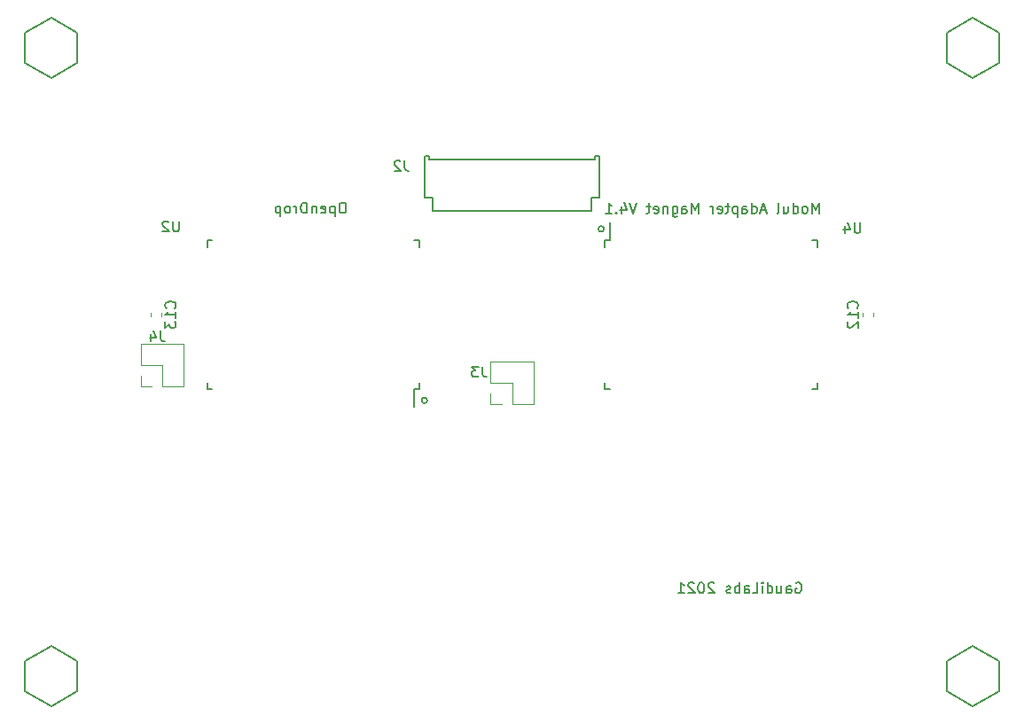
<source format=gbr>
G04 #@! TF.GenerationSoftware,KiCad,Pcbnew,5.1.5+dfsg1-2build2*
G04 #@! TF.CreationDate,2021-08-16T15:22:43+02:00*
G04 #@! TF.ProjectId,ModulAdapterMagnet,4d6f6475-6c41-4646-9170-7465724d6167,rev?*
G04 #@! TF.SameCoordinates,Original*
G04 #@! TF.FileFunction,Legend,Bot*
G04 #@! TF.FilePolarity,Positive*
%FSLAX46Y46*%
G04 Gerber Fmt 4.6, Leading zero omitted, Abs format (unit mm)*
G04 Created by KiCad (PCBNEW 5.1.5+dfsg1-2build2) date 2021-08-16 15:22:43*
%MOMM*%
%LPD*%
G04 APERTURE LIST*
%ADD10C,0.150000*%
%ADD11C,0.120000*%
G04 APERTURE END LIST*
D10*
X127101133Y-125128600D02*
X127196371Y-125080980D01*
X127339228Y-125080980D01*
X127482085Y-125128600D01*
X127577323Y-125223838D01*
X127624942Y-125319076D01*
X127672561Y-125509552D01*
X127672561Y-125652409D01*
X127624942Y-125842885D01*
X127577323Y-125938123D01*
X127482085Y-126033361D01*
X127339228Y-126080980D01*
X127243990Y-126080980D01*
X127101133Y-126033361D01*
X127053514Y-125985742D01*
X127053514Y-125652409D01*
X127243990Y-125652409D01*
X126196371Y-126080980D02*
X126196371Y-125557171D01*
X126243990Y-125461933D01*
X126339228Y-125414314D01*
X126529704Y-125414314D01*
X126624942Y-125461933D01*
X126196371Y-126033361D02*
X126291609Y-126080980D01*
X126529704Y-126080980D01*
X126624942Y-126033361D01*
X126672561Y-125938123D01*
X126672561Y-125842885D01*
X126624942Y-125747647D01*
X126529704Y-125700028D01*
X126291609Y-125700028D01*
X126196371Y-125652409D01*
X125291609Y-125414314D02*
X125291609Y-126080980D01*
X125720180Y-125414314D02*
X125720180Y-125938123D01*
X125672561Y-126033361D01*
X125577323Y-126080980D01*
X125434466Y-126080980D01*
X125339228Y-126033361D01*
X125291609Y-125985742D01*
X124386847Y-126080980D02*
X124386847Y-125080980D01*
X124386847Y-126033361D02*
X124482085Y-126080980D01*
X124672561Y-126080980D01*
X124767800Y-126033361D01*
X124815419Y-125985742D01*
X124863038Y-125890504D01*
X124863038Y-125604790D01*
X124815419Y-125509552D01*
X124767800Y-125461933D01*
X124672561Y-125414314D01*
X124482085Y-125414314D01*
X124386847Y-125461933D01*
X123910657Y-126080980D02*
X123910657Y-125414314D01*
X123910657Y-125080980D02*
X123958276Y-125128600D01*
X123910657Y-125176219D01*
X123863038Y-125128600D01*
X123910657Y-125080980D01*
X123910657Y-125176219D01*
X122958276Y-126080980D02*
X123434466Y-126080980D01*
X123434466Y-125080980D01*
X122196371Y-126080980D02*
X122196371Y-125557171D01*
X122243990Y-125461933D01*
X122339228Y-125414314D01*
X122529704Y-125414314D01*
X122624942Y-125461933D01*
X122196371Y-126033361D02*
X122291609Y-126080980D01*
X122529704Y-126080980D01*
X122624942Y-126033361D01*
X122672561Y-125938123D01*
X122672561Y-125842885D01*
X122624942Y-125747647D01*
X122529704Y-125700028D01*
X122291609Y-125700028D01*
X122196371Y-125652409D01*
X121720180Y-126080980D02*
X121720180Y-125080980D01*
X121720180Y-125461933D02*
X121624942Y-125414314D01*
X121434466Y-125414314D01*
X121339228Y-125461933D01*
X121291609Y-125509552D01*
X121243990Y-125604790D01*
X121243990Y-125890504D01*
X121291609Y-125985742D01*
X121339228Y-126033361D01*
X121434466Y-126080980D01*
X121624942Y-126080980D01*
X121720180Y-126033361D01*
X120863038Y-126033361D02*
X120767800Y-126080980D01*
X120577323Y-126080980D01*
X120482085Y-126033361D01*
X120434466Y-125938123D01*
X120434466Y-125890504D01*
X120482085Y-125795266D01*
X120577323Y-125747647D01*
X120720180Y-125747647D01*
X120815419Y-125700028D01*
X120863038Y-125604790D01*
X120863038Y-125557171D01*
X120815419Y-125461933D01*
X120720180Y-125414314D01*
X120577323Y-125414314D01*
X120482085Y-125461933D01*
X119291609Y-125176219D02*
X119243990Y-125128600D01*
X119148752Y-125080980D01*
X118910657Y-125080980D01*
X118815419Y-125128600D01*
X118767800Y-125176219D01*
X118720180Y-125271457D01*
X118720180Y-125366695D01*
X118767800Y-125509552D01*
X119339228Y-126080980D01*
X118720180Y-126080980D01*
X118101133Y-125080980D02*
X118005895Y-125080980D01*
X117910657Y-125128600D01*
X117863038Y-125176219D01*
X117815419Y-125271457D01*
X117767800Y-125461933D01*
X117767800Y-125700028D01*
X117815419Y-125890504D01*
X117863038Y-125985742D01*
X117910657Y-126033361D01*
X118005895Y-126080980D01*
X118101133Y-126080980D01*
X118196371Y-126033361D01*
X118243990Y-125985742D01*
X118291609Y-125890504D01*
X118339228Y-125700028D01*
X118339228Y-125461933D01*
X118291609Y-125271457D01*
X118243990Y-125176219D01*
X118196371Y-125128600D01*
X118101133Y-125080980D01*
X117386847Y-125176219D02*
X117339228Y-125128600D01*
X117243990Y-125080980D01*
X117005895Y-125080980D01*
X116910657Y-125128600D01*
X116863038Y-125176219D01*
X116815419Y-125271457D01*
X116815419Y-125366695D01*
X116863038Y-125509552D01*
X117434466Y-126080980D01*
X116815419Y-126080980D01*
X115863038Y-126080980D02*
X116434466Y-126080980D01*
X116148752Y-126080980D02*
X116148752Y-125080980D01*
X116243990Y-125223838D01*
X116339228Y-125319076D01*
X116434466Y-125366695D01*
X83915057Y-88784380D02*
X83724580Y-88784380D01*
X83629342Y-88832000D01*
X83534104Y-88927238D01*
X83486485Y-89117714D01*
X83486485Y-89451047D01*
X83534104Y-89641523D01*
X83629342Y-89736761D01*
X83724580Y-89784380D01*
X83915057Y-89784380D01*
X84010295Y-89736761D01*
X84105533Y-89641523D01*
X84153152Y-89451047D01*
X84153152Y-89117714D01*
X84105533Y-88927238D01*
X84010295Y-88832000D01*
X83915057Y-88784380D01*
X83057914Y-89117714D02*
X83057914Y-90117714D01*
X83057914Y-89165333D02*
X82962676Y-89117714D01*
X82772200Y-89117714D01*
X82676961Y-89165333D01*
X82629342Y-89212952D01*
X82581723Y-89308190D01*
X82581723Y-89593904D01*
X82629342Y-89689142D01*
X82676961Y-89736761D01*
X82772200Y-89784380D01*
X82962676Y-89784380D01*
X83057914Y-89736761D01*
X81772200Y-89736761D02*
X81867438Y-89784380D01*
X82057914Y-89784380D01*
X82153152Y-89736761D01*
X82200771Y-89641523D01*
X82200771Y-89260571D01*
X82153152Y-89165333D01*
X82057914Y-89117714D01*
X81867438Y-89117714D01*
X81772200Y-89165333D01*
X81724580Y-89260571D01*
X81724580Y-89355809D01*
X82200771Y-89451047D01*
X81296009Y-89117714D02*
X81296009Y-89784380D01*
X81296009Y-89212952D02*
X81248390Y-89165333D01*
X81153152Y-89117714D01*
X81010295Y-89117714D01*
X80915057Y-89165333D01*
X80867438Y-89260571D01*
X80867438Y-89784380D01*
X80391247Y-89784380D02*
X80391247Y-88784380D01*
X80153152Y-88784380D01*
X80010295Y-88832000D01*
X79915057Y-88927238D01*
X79867438Y-89022476D01*
X79819819Y-89212952D01*
X79819819Y-89355809D01*
X79867438Y-89546285D01*
X79915057Y-89641523D01*
X80010295Y-89736761D01*
X80153152Y-89784380D01*
X80391247Y-89784380D01*
X79391247Y-89784380D02*
X79391247Y-89117714D01*
X79391247Y-89308190D02*
X79343628Y-89212952D01*
X79296009Y-89165333D01*
X79200771Y-89117714D01*
X79105533Y-89117714D01*
X78629342Y-89784380D02*
X78724580Y-89736761D01*
X78772200Y-89689142D01*
X78819819Y-89593904D01*
X78819819Y-89308190D01*
X78772200Y-89212952D01*
X78724580Y-89165333D01*
X78629342Y-89117714D01*
X78486485Y-89117714D01*
X78391247Y-89165333D01*
X78343628Y-89212952D01*
X78296009Y-89308190D01*
X78296009Y-89593904D01*
X78343628Y-89689142D01*
X78391247Y-89736761D01*
X78486485Y-89784380D01*
X78629342Y-89784380D01*
X77867438Y-89117714D02*
X77867438Y-90117714D01*
X77867438Y-89165333D02*
X77772200Y-89117714D01*
X77581723Y-89117714D01*
X77486485Y-89165333D01*
X77438866Y-89212952D01*
X77391247Y-89308190D01*
X77391247Y-89593904D01*
X77438866Y-89689142D01*
X77486485Y-89736761D01*
X77581723Y-89784380D01*
X77772200Y-89784380D01*
X77867438Y-89736761D01*
X129318266Y-89809780D02*
X129318266Y-88809780D01*
X128984933Y-89524066D01*
X128651600Y-88809780D01*
X128651600Y-89809780D01*
X128032552Y-89809780D02*
X128127790Y-89762161D01*
X128175409Y-89714542D01*
X128223028Y-89619304D01*
X128223028Y-89333590D01*
X128175409Y-89238352D01*
X128127790Y-89190733D01*
X128032552Y-89143114D01*
X127889695Y-89143114D01*
X127794457Y-89190733D01*
X127746838Y-89238352D01*
X127699219Y-89333590D01*
X127699219Y-89619304D01*
X127746838Y-89714542D01*
X127794457Y-89762161D01*
X127889695Y-89809780D01*
X128032552Y-89809780D01*
X126842076Y-89809780D02*
X126842076Y-88809780D01*
X126842076Y-89762161D02*
X126937314Y-89809780D01*
X127127790Y-89809780D01*
X127223028Y-89762161D01*
X127270647Y-89714542D01*
X127318266Y-89619304D01*
X127318266Y-89333590D01*
X127270647Y-89238352D01*
X127223028Y-89190733D01*
X127127790Y-89143114D01*
X126937314Y-89143114D01*
X126842076Y-89190733D01*
X125937314Y-89143114D02*
X125937314Y-89809780D01*
X126365885Y-89143114D02*
X126365885Y-89666923D01*
X126318266Y-89762161D01*
X126223028Y-89809780D01*
X126080171Y-89809780D01*
X125984933Y-89762161D01*
X125937314Y-89714542D01*
X125318266Y-89809780D02*
X125413504Y-89762161D01*
X125461123Y-89666923D01*
X125461123Y-88809780D01*
X124223028Y-89524066D02*
X123746838Y-89524066D01*
X124318266Y-89809780D02*
X123984933Y-88809780D01*
X123651600Y-89809780D01*
X122889695Y-89809780D02*
X122889695Y-88809780D01*
X122889695Y-89762161D02*
X122984933Y-89809780D01*
X123175409Y-89809780D01*
X123270647Y-89762161D01*
X123318266Y-89714542D01*
X123365885Y-89619304D01*
X123365885Y-89333590D01*
X123318266Y-89238352D01*
X123270647Y-89190733D01*
X123175409Y-89143114D01*
X122984933Y-89143114D01*
X122889695Y-89190733D01*
X121984933Y-89809780D02*
X121984933Y-89285971D01*
X122032552Y-89190733D01*
X122127790Y-89143114D01*
X122318266Y-89143114D01*
X122413504Y-89190733D01*
X121984933Y-89762161D02*
X122080171Y-89809780D01*
X122318266Y-89809780D01*
X122413504Y-89762161D01*
X122461123Y-89666923D01*
X122461123Y-89571685D01*
X122413504Y-89476447D01*
X122318266Y-89428828D01*
X122080171Y-89428828D01*
X121984933Y-89381209D01*
X121508742Y-89143114D02*
X121508742Y-90143114D01*
X121508742Y-89190733D02*
X121413504Y-89143114D01*
X121223028Y-89143114D01*
X121127790Y-89190733D01*
X121080171Y-89238352D01*
X121032552Y-89333590D01*
X121032552Y-89619304D01*
X121080171Y-89714542D01*
X121127790Y-89762161D01*
X121223028Y-89809780D01*
X121413504Y-89809780D01*
X121508742Y-89762161D01*
X120746838Y-89143114D02*
X120365885Y-89143114D01*
X120603980Y-88809780D02*
X120603980Y-89666923D01*
X120556361Y-89762161D01*
X120461123Y-89809780D01*
X120365885Y-89809780D01*
X119651600Y-89762161D02*
X119746838Y-89809780D01*
X119937314Y-89809780D01*
X120032552Y-89762161D01*
X120080171Y-89666923D01*
X120080171Y-89285971D01*
X120032552Y-89190733D01*
X119937314Y-89143114D01*
X119746838Y-89143114D01*
X119651600Y-89190733D01*
X119603980Y-89285971D01*
X119603980Y-89381209D01*
X120080171Y-89476447D01*
X119175409Y-89809780D02*
X119175409Y-89143114D01*
X119175409Y-89333590D02*
X119127790Y-89238352D01*
X119080171Y-89190733D01*
X118984933Y-89143114D01*
X118889695Y-89143114D01*
X117794457Y-89809780D02*
X117794457Y-88809780D01*
X117461123Y-89524066D01*
X117127790Y-88809780D01*
X117127790Y-89809780D01*
X116223028Y-89809780D02*
X116223028Y-89285971D01*
X116270647Y-89190733D01*
X116365885Y-89143114D01*
X116556361Y-89143114D01*
X116651600Y-89190733D01*
X116223028Y-89762161D02*
X116318266Y-89809780D01*
X116556361Y-89809780D01*
X116651600Y-89762161D01*
X116699219Y-89666923D01*
X116699219Y-89571685D01*
X116651600Y-89476447D01*
X116556361Y-89428828D01*
X116318266Y-89428828D01*
X116223028Y-89381209D01*
X115318266Y-89143114D02*
X115318266Y-89952638D01*
X115365885Y-90047876D01*
X115413504Y-90095495D01*
X115508742Y-90143114D01*
X115651600Y-90143114D01*
X115746838Y-90095495D01*
X115318266Y-89762161D02*
X115413504Y-89809780D01*
X115603980Y-89809780D01*
X115699219Y-89762161D01*
X115746838Y-89714542D01*
X115794457Y-89619304D01*
X115794457Y-89333590D01*
X115746838Y-89238352D01*
X115699219Y-89190733D01*
X115603980Y-89143114D01*
X115413504Y-89143114D01*
X115318266Y-89190733D01*
X114842076Y-89143114D02*
X114842076Y-89809780D01*
X114842076Y-89238352D02*
X114794457Y-89190733D01*
X114699219Y-89143114D01*
X114556361Y-89143114D01*
X114461123Y-89190733D01*
X114413504Y-89285971D01*
X114413504Y-89809780D01*
X113556361Y-89762161D02*
X113651600Y-89809780D01*
X113842076Y-89809780D01*
X113937314Y-89762161D01*
X113984933Y-89666923D01*
X113984933Y-89285971D01*
X113937314Y-89190733D01*
X113842076Y-89143114D01*
X113651600Y-89143114D01*
X113556361Y-89190733D01*
X113508742Y-89285971D01*
X113508742Y-89381209D01*
X113984933Y-89476447D01*
X113223028Y-89143114D02*
X112842076Y-89143114D01*
X113080171Y-88809780D02*
X113080171Y-89666923D01*
X113032552Y-89762161D01*
X112937314Y-89809780D01*
X112842076Y-89809780D01*
X111889695Y-88809780D02*
X111556361Y-89809780D01*
X111223028Y-88809780D01*
X110461123Y-89143114D02*
X110461123Y-89809780D01*
X110699219Y-88762161D02*
X110937314Y-89476447D01*
X110318266Y-89476447D01*
X109937314Y-89714542D02*
X109889695Y-89762161D01*
X109937314Y-89809780D01*
X109984933Y-89762161D01*
X109937314Y-89714542D01*
X109937314Y-89809780D01*
X108937314Y-89809780D02*
X109508742Y-89809780D01*
X109223028Y-89809780D02*
X109223028Y-88809780D01*
X109318266Y-88952638D01*
X109413504Y-89047876D01*
X109508742Y-89095495D01*
X108778408Y-91300500D02*
G75*
G03X108778408Y-91300500I-269408J0D01*
G01*
X91887408Y-107683500D02*
G75*
G03X91887408Y-107683500I-269408J0D01*
G01*
X108875000Y-92375000D02*
X109325000Y-92375000D01*
X108875000Y-106625000D02*
X109325000Y-106625000D01*
X129125000Y-106625000D02*
X128675000Y-106625000D01*
X129125000Y-92375000D02*
X128675000Y-92375000D01*
X108875000Y-92375000D02*
X108875000Y-93025000D01*
X129125000Y-92375000D02*
X129125000Y-93025000D01*
X129125000Y-106625000D02*
X129125000Y-105975000D01*
X108875000Y-106625000D02*
X108875000Y-105975000D01*
X109325000Y-92375000D02*
X109325000Y-90700000D01*
X91125000Y-106625000D02*
X90675000Y-106625000D01*
X91125000Y-92375000D02*
X90675000Y-92375000D01*
X70875000Y-92375000D02*
X71325000Y-92375000D01*
X70875000Y-106625000D02*
X71325000Y-106625000D01*
X91125000Y-106625000D02*
X91125000Y-105975000D01*
X70875000Y-106625000D02*
X70875000Y-105975000D01*
X70875000Y-92375000D02*
X70875000Y-93025000D01*
X91125000Y-92375000D02*
X91125000Y-93025000D01*
X90675000Y-106625000D02*
X90675000Y-108300000D01*
X53500000Y-72560000D02*
X56000000Y-71120000D01*
X53500000Y-75440000D02*
X53500000Y-72560000D01*
X56000000Y-76880000D02*
X53500000Y-75440000D01*
X58500000Y-75440000D02*
X56000000Y-76880000D01*
X58500000Y-72560000D02*
X56000000Y-71120000D01*
X58500000Y-72560000D02*
X58500000Y-75440000D01*
X146500000Y-72560000D02*
X146500000Y-75440000D01*
X146500000Y-72560000D02*
X144000000Y-71120000D01*
X146500000Y-75440000D02*
X144000000Y-76880000D01*
X144000000Y-76880000D02*
X141500000Y-75440000D01*
X141500000Y-75440000D02*
X141500000Y-72560000D01*
X141500000Y-72560000D02*
X144000000Y-71120000D01*
X58500000Y-132560000D02*
X58500000Y-135440000D01*
X58500000Y-132560000D02*
X56000000Y-131120000D01*
X58500000Y-135440000D02*
X56000000Y-136880000D01*
X56000000Y-136880000D02*
X53500000Y-135440000D01*
X53500000Y-135440000D02*
X53500000Y-132560000D01*
X53500000Y-132560000D02*
X56000000Y-131120000D01*
X141500000Y-132560000D02*
X144000000Y-131120000D01*
X141500000Y-135440000D02*
X141500000Y-132560000D01*
X144000000Y-136880000D02*
X141500000Y-135440000D01*
X146500000Y-135440000D02*
X144000000Y-136880000D01*
X146500000Y-132560000D02*
X144000000Y-131120000D01*
X146500000Y-132560000D02*
X146500000Y-135440000D01*
X107900000Y-84700000D02*
X92100000Y-84700000D01*
X92450000Y-88300000D02*
X92450000Y-89600000D01*
X107550000Y-88300000D02*
X107550000Y-89600000D01*
X91650000Y-84300000D02*
X91650000Y-88300000D01*
X108350000Y-84300000D02*
X108350000Y-88300000D01*
X108300000Y-84300000D02*
X107900000Y-84300000D01*
X91700000Y-84300000D02*
X92100000Y-84300000D01*
X92450000Y-89600000D02*
X107550000Y-89600000D01*
X108350000Y-88300000D02*
X107550000Y-88300000D01*
X91650000Y-88300000D02*
X92450000Y-88300000D01*
X107900000Y-84700000D02*
X107900000Y-84300000D01*
X92100000Y-84700000D02*
X92100000Y-84300000D01*
D11*
X133490000Y-99337221D02*
X133490000Y-99662779D01*
X134510000Y-99337221D02*
X134510000Y-99662779D01*
X65490000Y-99662779D02*
X65490000Y-99337221D01*
X66510000Y-99662779D02*
X66510000Y-99337221D01*
X97940000Y-103940000D02*
X102060000Y-103940000D01*
X97940000Y-106000000D02*
X97940000Y-103940000D01*
X102060000Y-108060000D02*
X102060000Y-103940000D01*
X97940000Y-106000000D02*
X100000000Y-106000000D01*
X100000000Y-106000000D02*
X100000000Y-108060000D01*
X100000000Y-108060000D02*
X102060000Y-108060000D01*
X97940000Y-107000000D02*
X97940000Y-108060000D01*
X97940000Y-108060000D02*
X99000000Y-108060000D01*
X64540000Y-102240000D02*
X68660000Y-102240000D01*
X64540000Y-104300000D02*
X64540000Y-102240000D01*
X68660000Y-106360000D02*
X68660000Y-102240000D01*
X64540000Y-104300000D02*
X66600000Y-104300000D01*
X66600000Y-104300000D02*
X66600000Y-106360000D01*
X66600000Y-106360000D02*
X68660000Y-106360000D01*
X64540000Y-105300000D02*
X64540000Y-106360000D01*
X64540000Y-106360000D02*
X65600000Y-106360000D01*
D10*
X133255904Y-90702380D02*
X133255904Y-91511904D01*
X133208285Y-91607142D01*
X133160666Y-91654761D01*
X133065428Y-91702380D01*
X132874952Y-91702380D01*
X132779714Y-91654761D01*
X132732095Y-91607142D01*
X132684476Y-91511904D01*
X132684476Y-90702380D01*
X131779714Y-91035714D02*
X131779714Y-91702380D01*
X132017809Y-90654761D02*
X132255904Y-91369047D01*
X131636857Y-91369047D01*
X68186404Y-90562380D02*
X68186404Y-91371904D01*
X68138785Y-91467142D01*
X68091166Y-91514761D01*
X67995928Y-91562380D01*
X67805452Y-91562380D01*
X67710214Y-91514761D01*
X67662595Y-91467142D01*
X67614976Y-91371904D01*
X67614976Y-90562380D01*
X67186404Y-90657619D02*
X67138785Y-90610000D01*
X67043547Y-90562380D01*
X66805452Y-90562380D01*
X66710214Y-90610000D01*
X66662595Y-90657619D01*
X66614976Y-90752857D01*
X66614976Y-90848095D01*
X66662595Y-90990952D01*
X67234023Y-91562380D01*
X66614976Y-91562380D01*
X89733333Y-84752380D02*
X89733333Y-85466666D01*
X89780952Y-85609523D01*
X89876190Y-85704761D01*
X90019047Y-85752380D01*
X90114285Y-85752380D01*
X89304761Y-84847619D02*
X89257142Y-84800000D01*
X89161904Y-84752380D01*
X88923809Y-84752380D01*
X88828571Y-84800000D01*
X88780952Y-84847619D01*
X88733333Y-84942857D01*
X88733333Y-85038095D01*
X88780952Y-85180952D01*
X89352380Y-85752380D01*
X88733333Y-85752380D01*
X132927142Y-98857142D02*
X132974761Y-98809523D01*
X133022380Y-98666666D01*
X133022380Y-98571428D01*
X132974761Y-98428571D01*
X132879523Y-98333333D01*
X132784285Y-98285714D01*
X132593809Y-98238095D01*
X132450952Y-98238095D01*
X132260476Y-98285714D01*
X132165238Y-98333333D01*
X132070000Y-98428571D01*
X132022380Y-98571428D01*
X132022380Y-98666666D01*
X132070000Y-98809523D01*
X132117619Y-98857142D01*
X133022380Y-99809523D02*
X133022380Y-99238095D01*
X133022380Y-99523809D02*
X132022380Y-99523809D01*
X132165238Y-99428571D01*
X132260476Y-99333333D01*
X132308095Y-99238095D01*
X132117619Y-100190476D02*
X132070000Y-100238095D01*
X132022380Y-100333333D01*
X132022380Y-100571428D01*
X132070000Y-100666666D01*
X132117619Y-100714285D01*
X132212857Y-100761904D01*
X132308095Y-100761904D01*
X132450952Y-100714285D01*
X133022380Y-100142857D01*
X133022380Y-100761904D01*
X67787142Y-98857142D02*
X67834761Y-98809523D01*
X67882380Y-98666666D01*
X67882380Y-98571428D01*
X67834761Y-98428571D01*
X67739523Y-98333333D01*
X67644285Y-98285714D01*
X67453809Y-98238095D01*
X67310952Y-98238095D01*
X67120476Y-98285714D01*
X67025238Y-98333333D01*
X66930000Y-98428571D01*
X66882380Y-98571428D01*
X66882380Y-98666666D01*
X66930000Y-98809523D01*
X66977619Y-98857142D01*
X67882380Y-99809523D02*
X67882380Y-99238095D01*
X67882380Y-99523809D02*
X66882380Y-99523809D01*
X67025238Y-99428571D01*
X67120476Y-99333333D01*
X67168095Y-99238095D01*
X66882380Y-100142857D02*
X66882380Y-100761904D01*
X67263333Y-100428571D01*
X67263333Y-100571428D01*
X67310952Y-100666666D01*
X67358571Y-100714285D01*
X67453809Y-100761904D01*
X67691904Y-100761904D01*
X67787142Y-100714285D01*
X67834761Y-100666666D01*
X67882380Y-100571428D01*
X67882380Y-100285714D01*
X67834761Y-100190476D01*
X67787142Y-100142857D01*
X97158333Y-104451380D02*
X97158333Y-105165666D01*
X97205952Y-105308523D01*
X97301190Y-105403761D01*
X97444047Y-105451380D01*
X97539285Y-105451380D01*
X96777380Y-104451380D02*
X96158333Y-104451380D01*
X96491666Y-104832333D01*
X96348809Y-104832333D01*
X96253571Y-104879952D01*
X96205952Y-104927571D01*
X96158333Y-105022809D01*
X96158333Y-105260904D01*
X96205952Y-105356142D01*
X96253571Y-105403761D01*
X96348809Y-105451380D01*
X96634523Y-105451380D01*
X96729761Y-105403761D01*
X96777380Y-105356142D01*
X66433333Y-101052380D02*
X66433333Y-101766666D01*
X66480952Y-101909523D01*
X66576190Y-102004761D01*
X66719047Y-102052380D01*
X66814285Y-102052380D01*
X65528571Y-101385714D02*
X65528571Y-102052380D01*
X65766666Y-101004761D02*
X66004761Y-101719047D01*
X65385714Y-101719047D01*
M02*

</source>
